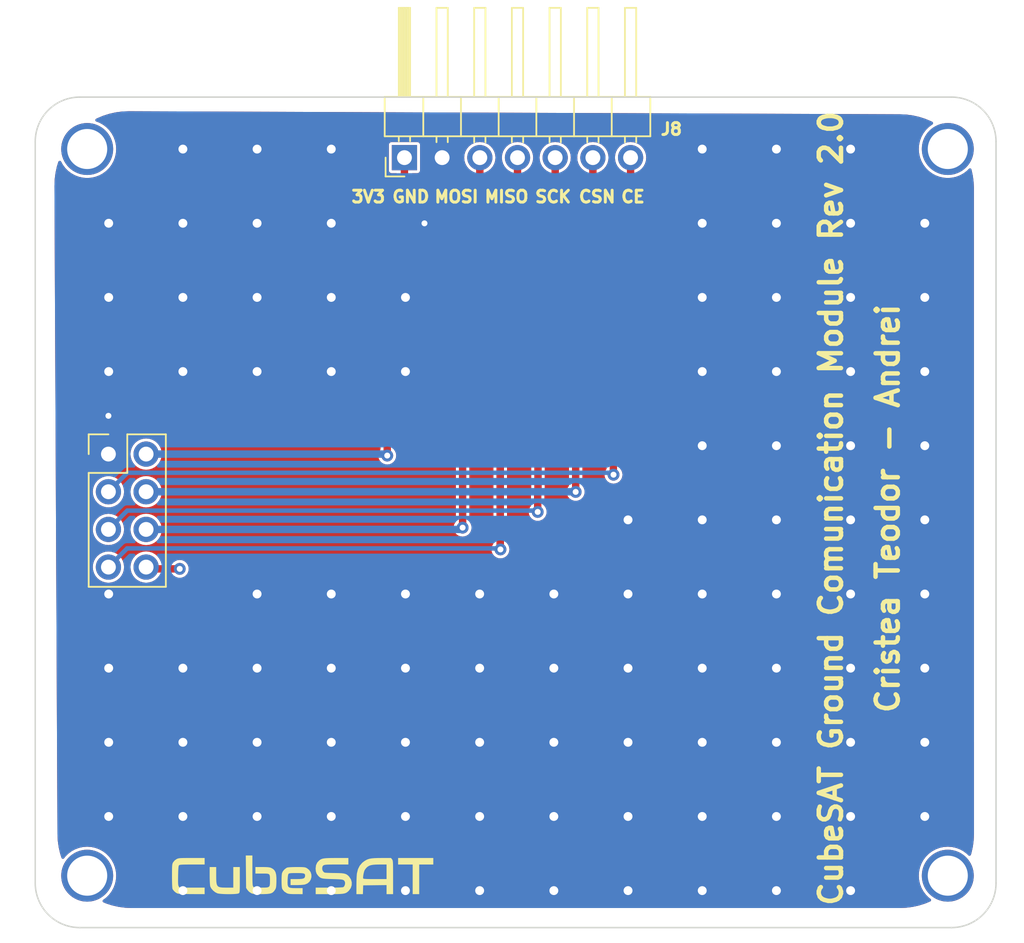
<source format=kicad_pcb>
(kicad_pcb (version 20221018) (generator pcbnew)
  (layers (0 "F.Cu" signal) (31 "B.Cu" signal) (34 "B.Paste" user) (35 "F.Paste" user) (36 "B.SilkS" user "B.Silkscreen") (37 "F.SilkS" user "F.Silkscreen") (38 "B.Mask" user) (39 "F.Mask" user) (44 "Edge.Cuts" user))
  (net 0 "")
  (net 1 "GND")
  (net 2 "+3.3V")
  (net 3 "/MISO")
  (net 4 "/MOSI")
  (net 5 "/SCK")
  (net 6 "/CSN")
  (net 7 "/CE")
  (net 8 "unconnected-(J2-Pin_8-Pad8)")
  (footprint "MountingHole:MountingHole_2.7mm" (layer "F.Cu") (at 160.038682 62.438692)
    (fp_text reference "H2" hide)
    (fp_text value "MountingHole")
    (pad "" np_thru_hole circle (at 0 0) (size 3.5 3.5) (drill 2.7) (layers "*.Cu" "*.Mask"))
  )
  (footprint "MountingHole:MountingHole_2.7mm" (layer "F.Cu") (at 102.038682 111.438692)
    (fp_text reference "H4" hide)
    (fp_text value "MountingHole")
    (pad "" np_thru_hole circle (at 0 0) (size 3.5 3.5) (drill 2.7) (layers "*.Cu" "*.Mask"))
  )
  (footprint "MountingHole:MountingHole_2.7mm" (layer "F.Cu") (at 102.038682 62.438692)
    (fp_text reference "H1" hide)
    (fp_text value "MountingHole")
    (pad "" np_thru_hole circle (at 0 0) (size 3.5 3.5) (drill 2.7) (layers "*.Cu" "*.Mask"))
  )
  (footprint "Connector_PinHeader_2.54mm:PinHeader_2x04_P2.54mm_Vertical" (layer "F.Cu") (at 103.47 83.01)
    (fp_text reference "J2" hide)
    (fp_text value "Conn_02x04_Odd_Even")
    (fp_line (start -1.33 -1.33) (end 0 -1.33) (stroke (width 0.12)) (layer "F.SilkS"))
    (fp_line (start -1.33 0) (end -1.33 -1.33) (stroke (width 0.12)) (layer "F.SilkS"))
    (fp_line (start -1.33 1.27) (end -1.33 8.95) (stroke (width 0.12)) (layer "F.SilkS"))
    (fp_line (start -1.33 1.27) (end 1.27 1.27) (stroke (width 0.12)) (layer "F.SilkS"))
    (fp_line (start -1.33 8.95) (end 3.87 8.95) (stroke (width 0.12)) (layer "F.SilkS"))
    (fp_line (start 1.27 -1.33) (end 3.87 -1.33) (stroke (width 0.12)) (layer "F.SilkS"))
    (fp_line (start 1.27 1.27) (end 1.27 -1.33) (stroke (width 0.12)) (layer "F.SilkS"))
    (fp_line (start 3.87 -1.33) (end 3.87 8.95) (stroke (width 0.12)) (layer "F.SilkS"))
    (pad "1" thru_hole rect (at 0 0) (size 1.7 1.7) (drill 1) (layers "*.Cu" "*.Mask") (net 1 "GND"))
    (pad "2" thru_hole oval (at 2.54 0) (size 1.7 1.7) (drill 1) (layers "*.Cu" "*.Mask") (net 2 "+3.3V"))
    (pad "3" thru_hole oval (at 0 2.54) (size 1.7 1.7) (drill 1) (layers "*.Cu" "*.Mask") (net 7 "/CE"))
    (pad "4" thru_hole oval (at 2.54 2.54) (size 1.7 1.7) (drill 1) (layers "*.Cu" "*.Mask") (net 6 "/CSN"))
    (pad "5" thru_hole oval (at 0 5.08) (size 1.7 1.7) (drill 1) (layers "*.Cu" "*.Mask") (net 5 "/SCK"))
    (pad "6" thru_hole oval (at 2.54 5.08) (size 1.7 1.7) (drill 1) (layers "*.Cu" "*.Mask") (net 4 "/MOSI"))
    (pad "7" thru_hole oval (at 0 7.62) (size 1.7 1.7) (drill 1) (layers "*.Cu" "*.Mask") (net 3 "/MISO"))
    (pad "8" thru_hole oval (at 2.54 7.62) (size 1.7 1.7) (drill 1) (layers "*.Cu" "*.Mask") (net 8 "unconnected-(J2-Pin_8-Pad8)"))
  )
  (footprint "MountingHole:MountingHole_2.7mm" (layer "F.Cu") (at 160.038682 111.438692)
    (fp_text reference "H3" hide)
    (fp_text value "MountingHole")
    (pad "" np_thru_hole circle (at 0 0) (size 3.5 3.5) (drill 2.7) (layers "*.Cu" "*.Mask"))
  )
  (footprint "Logo:Logo" (layer "F.Cu") (at 116.558682 111.328692)
    (fp_text reference "G***" hide)
    (fp_text value "LOGO" hide)
    (fp_poly (pts (xy 8.805334 -0.8636) (xy 8.805334 -0.643467) (xy 8.3312 -0.643467) (xy 7.857067 -0.643467) (xy 7.857067 0.3556) (xy 7.857067 1.354667) (xy 7.636934 1.354667) (xy 7.4168 1.354667) (xy 7.4168 0.3556) (xy 7.4168 -0.643467) (xy 6.925734 -0.643467) (xy 6.434667 -0.643467) (xy 6.434667 -0.8636) (xy 6.434667 -1.083733) (xy 7.62 -1.083733) (xy 8.805334 -1.083733)) (fill solid) (layer "F.SilkS"))
    (fp_poly (pts (xy -5.825067 0.087908) (xy -5.823319 0.345181) (xy -5.81353 0.54264) (xy -5.788878 0.688195) (xy -5.742541 0.789755) (xy -5.6677 0.855229) (xy -5.557533 0.892525) (xy -5.405219 0.909553) (xy -5.203937 0.914222) (xy -5.112273 0.9144) (xy -4.6736 0.9144) (xy -4.6736 0.220134) (xy -4.6736 -0.474133) (xy -4.453466 -0.474133) (xy -4.233333 -0.474133) (xy -4.233333 0.387546) (xy -4.23348 0.651057) (xy -4.234372 0.855069) (xy -4.236688 1.007816) (xy -4.241105 1.117532) (xy -4.2483 1.192451) (xy -4.258953 1.240807) (xy -4.27374 1.270834) (xy -4.293339 1.290767) (xy -4.308602 1.301946) (xy -4.374164 1.323161) (xy -4.493777 1.339145) (xy -4.653966 1.349942) (xy -4.841255 1.355598) (xy -5.042168 1.356156) (xy -5.24323 1.351661) (xy -5.430964 1.342158) (xy -5.591894 1.327692) (xy -5.712545 1.308307) (xy -5.752471 1.297169) (xy -5.899835 1.22131) (xy -6.039807 1.108289) (xy -6.153893 0.976297) (xy -6.223598 0.843523) (xy -6.22774 0.829733) (xy -6.240185 0.750739) (xy -6.250886 0.618575) (xy -6.259086 0.447798) (xy -6.264028 0.252965) (xy -6.265144 0.110067) (xy -6.265333 -0.474133) (xy -6.0452 -0.474133) (xy -5.825067 -0.474133)) (fill solid) (layer "F.SilkS"))
    (fp_poly (pts (xy -6.604 -0.8636) (xy -6.604 -0.643467) (xy -7.44652 -0.643467) (xy -7.710598 -0.643025) (xy -7.915046 -0.641362) (xy -8.067959 -0.637968) (xy -8.177438 -0.632333) (xy -8.251579 -0.623948) (xy -8.298482 -0.612304) (xy -8.326243 -0.596892) (xy -8.33552 -0.587562) (xy -8.353402 -0.547661) (xy -8.367337 -0.471269) (xy -8.377932 -0.350982) (xy -8.385792 -0.179395) (xy -8.391523 0.050896) (xy -8.392547 0.109474) (xy -8.395543 0.340849) (xy -8.395467 0.514392) (xy -8.391731 0.639958) (xy -8.383747 0.727402) (xy -8.370928 0.786579) (xy -8.352687 0.827346) (xy -8.349433 0.832503) (xy -8.295772 0.9144) (xy -7.449886 0.9144) (xy -6.604 0.9144) (xy -6.604 1.134533) (xy -6.604 1.354667) (xy -7.459133 1.351612) (xy -7.699145 1.349556) (xy -7.921856 1.345389) (xy -8.116664 1.339488) (xy -8.272963 1.332232) (xy -8.380152 1.323996) (xy -8.422124 1.31735) (xy -8.533889 1.260855) (xy -8.648305 1.16598) (xy -8.740141 1.056075) (xy -8.774417 0.991307) (xy -8.783251 0.934972) (xy -8.791052 0.821668) (xy -8.797443 0.662154) (xy -8.802048 0.467191) (xy -8.804489 0.247539) (xy -8.804776 0.124795) (xy -8.804303 -0.12689) (xy -8.802757 -0.320426) (xy -8.799342 -0.465395) (xy -8.793264 -0.571379) (xy -8.783726 -0.647962) (xy -8.769934 -0.704727) (xy -8.751092 -0.751255) (xy -8.728576 -0.793326) (xy -8.622172 -0.922073) (xy -8.503673 -1.004992) (xy -8.455949 -1.028954) (xy -8.408746 -1.047487) (xy -8.353003 -1.061288) (xy -8.279659 -1.071053) (xy -8.179651 -1.07748) (xy -8.043919 -1.081264) (xy -7.8634 -1.083101) (xy -7.629034 -1.08369) (xy -7.479206 -1.083733) (xy -6.604 -1.083733)) (fill solid) (layer "F.SilkS"))
    (fp_poly (pts (xy 6.025809 -0.994499) (xy 6.04486 -0.967921) (xy 6.060112 -0.93693) (xy 6.071989 -0.894204) (xy 6.08091 -0.832421) (xy 6.087299 -0.744258) (xy 6.091575 -0.622394) (xy 6.094161 -0.459506) (xy 6.095479 -0.248273) (xy 6.095949 0.018628) (xy 6.096 0.224701) (xy 6.096 1.354667) (xy 5.875867 1.354667) (xy 5.655733 1.354667) (xy 5.655733 1.049243) (xy 5.655733 0.743818) (xy 4.868333 0.752909) (xy 4.080933 0.762) (xy 4.071148 1.058333) (xy 4.061363 1.354667) (xy 3.842548 1.354667) (xy 3.623733 1.354667) (xy 3.624404 0.770467) (xy 3.626627 0.557905) (xy 3.632331 0.350059) (xy 3.635656 0.277044) (xy 4.074489 0.277044) (xy 4.078279 0.29316) (xy 4.096903 0.308285) (xy 4.144494 0.319838) (xy 4.228248 0.328232) (xy 4.355363 0.333877) (xy 4.533038 0.337184) (xy 4.768471 0.338563) (xy 4.875737 0.338667) (xy 5.655733 0.338667) (xy 5.655733 -0.1524) (xy 5.655733 -0.643467) (xy 5.185858 -0.643467) (xy 4.935554 -0.639112) (xy 4.740832 -0.624276) (xy 4.589995 -0.596297) (xy 4.471346 -0.552515) (xy 4.373186 -0.490269) (xy 4.323923 -0.447418) (xy 4.244835 -0.359317) (xy 4.181436 -0.267503) (xy 4.17717 -0.259624) (xy 4.144396 -0.17335) (xy 4.113696 -0.053938) (xy 4.089116 0.076004) (xy 4.074698 0.193867) (xy 4.074489 0.277044) (xy 3.635656 0.277044) (xy 3.640787 0.164384) (xy 3.651269 0.018336) (xy 3.658345 -0.043827) (xy 3.726241 -0.32431) (xy 3.844085 -0.561086) (xy 4.015012 -0.759404) (xy 4.149397 -0.865608) (xy 4.261161 -0.935929) (xy 4.373693 -0.9897) (xy 4.498243 -1.029007) (xy 4.646061 -1.055937) (xy 4.828398 -1.072578) (xy 5.056502 -1.081015) (xy 5.323075 -1.083331) (xy 5.955617 -1.083733)) (fill solid) (layer "F.SilkS"))
    (fp_poly (pts (xy -3.386667 -0.244602) (xy -3.386224 0.05051) (xy -3.384654 0.285307) (xy -3.381598 0.467202) (xy -3.376694 0.603608) (xy -3.369582 0.70194) (xy -3.359901 0.769612) (xy -3.347291 0.814036) (xy -3.333946 0.839131) (xy -3.309849 0.868641) (xy -3.278242 0.88923) (xy -3.227648 0.902499) (xy -3.146589 0.910047) (xy -3.02359 0.913474) (xy -2.847174 0.91438) (xy -2.794 0.9144) (xy -2.580889 0.91364) (xy -2.426162 0.906274) (xy -2.320477 0.884675) (xy -2.254493 0.841217) (xy -2.218868 0.768272) (xy -2.204261 0.658212) (xy -2.201329 0.503411) (xy -2.201333 0.430505) (xy -2.201761 0.25477) (xy -2.20964 0.130055) (xy -2.234864 0.047626) (xy -2.287328 -0.001248) (xy -2.376926 -0.0253) (xy -2.513552 -0.033265) (xy -2.707101 -0.033874) (xy -2.727458 -0.033866) (xy -3.183467 -0.033866) (xy -3.183467 -0.254) (xy -3.183467 -0.474133) (xy -2.7178 -0.473389) (xy -2.515803 -0.471376) (xy -2.36754 -0.465105) (xy -2.259068 -0.453109) (xy -2.176446 -0.433925) (xy -2.114005 -0.409911) (xy -1.985994 -0.336104) (xy -1.890446 -0.240781) (xy -1.824085 -0.115066) (xy -1.783636 0.049916) (xy -1.765821 0.263041) (xy -1.767243 0.529537) (xy -1.774154 0.706357) (xy -1.783165 0.831082) (xy -1.797318 0.919346) (xy -1.819652 0.98678) (xy -1.853207 1.049017) (xy -1.874783 1.082529) (xy -1.943291 1.173844) (xy -2.01859 1.242442) (xy -2.111247 1.291441) (xy -2.231831 1.323962) (xy -2.390907 1.343124) (xy -2.599045 1.352047) (xy -2.794 1.353896) (xy -3.002608 1.353344) (xy -3.156291 1.35016) (xy -3.267848 1.343008) (xy -3.350073 1.330553) (xy -3.415765 1.311457) (xy -3.47772 1.284385) (xy -3.482568 1.281998) (xy -3.61218 1.192584) (xy -3.718012 1.075341) (xy -3.719634 1.07291) (xy -3.81 0.936437) (xy -3.82059 -0.158315) (xy -3.831181 -1.253066) (xy -3.608924 -1.253066) (xy -3.386667 -1.253066)) (fill solid) (layer "F.SilkS"))
    (fp_poly (pts (xy -0.187966 -0.47269) (xy -0.035556 -0.469593) (xy 0.073877 -0.462894) (xy 0.15271 -0.451201) (xy 0.213319 -0.433125) (xy 0.268078 -0.407273) (xy 0.286865 -0.39686) (xy 0.438401 -0.277944) (xy 0.538872 -0.130219) (xy 0.589885 0.034553) (xy 0.593047 0.20461) (xy 0.549964 0.368192) (xy 0.462243 0.513537) (xy 0.331491 0.628882) (xy 0.159314 0.702468) (xy 0.135935 0.707936) (xy 0.02931 0.723302) (xy -0.122369 0.735569) (xy -0.296443 0.743236) (xy -0.425 0.745067) (xy -0.8128 0.745067) (xy -0.8128 0.541867) (xy -0.8128 0.338667) (xy -0.414866 0.338168) (xy -0.204032 0.334601) (xy -0.05136 0.322334) (xy 0.052504 0.298101) (xy 0.116913 0.258634) (xy 0.15122 0.200669) (xy 0.163533 0.136189) (xy 0.165018 0.063391) (xy 0.147669 0.010172) (xy 0.102793 -0.026479) (xy 0.021696 -0.049569) (xy -0.104317 -0.062107) (xy -0.283939 -0.067103) (xy -0.425659 -0.067733) (xy -0.620945 -0.066622) (xy -0.759486 -0.062512) (xy -0.852247 -0.054241) (xy -0.910191 -0.040644) (xy -0.944283 -0.020558) (xy -0.952586 -0.011807) (xy -0.979676 0.05739) (xy -0.999554 0.187659) (xy -1.01085 0.362138) (xy -1.016393 0.572516) (xy -1.009089 0.725382) (xy -0.979967 0.829914) (xy -0.920054 0.895289) (xy -0.820377 0.930686) (xy -0.671965 0.945282) (xy -0.465845 0.948255) (xy -0.437847 0.948267) (xy 0 0.948267) (xy 0 1.151467) (xy 0 1.354667) (xy -0.465666 1.353923) (xy -0.667348 1.351926) (xy -0.8152 1.345707) (xy -0.923073 1.33381) (xy -1.004813 1.314777) (xy -1.0668 1.290657) (xy -1.23834 1.18074) (xy -1.356039 1.036478) (xy -1.386277 0.971462) (xy -1.402012 0.892948) (xy -1.413106 0.764203) (xy -1.419521 0.602574) (xy -1.421214 0.425409) (xy -1.418148 0.250053) (xy -1.410281 0.093853) (xy -1.397575 -0.025844) (xy -1.388675 -0.069235) (xy -1.327841 -0.1923) (xy -1.224881 -0.312911) (xy -1.102051 -0.407574) (xy -1.039195 -0.438189) (xy -0.972403 -0.450695) (xy -0.851496 -0.461172) (xy -0.690079 -0.468873) (xy -0.501759 -0.473048) (xy -0.395728 -0.473576)) (fill solid) (layer "F.SilkS"))
    (fp_poly (pts (xy 3.081867 -0.8636) (xy 3.081867 -0.643467) (xy 2.27554 -0.643467) (xy 2.005919 -0.643041) (xy 1.795958 -0.640679) (xy 1.637584 -0.634748) (xy 1.522723 -0.623618) (xy 1.443302 -0.605658) (xy 1.391248 -0.579238) (xy 1.358489 -0.542725) (xy 1.336951 -0.494491) (xy 1.323747 -0.451197) (xy 1.317364 -0.332436) (xy 1.355445 -0.217685) (xy 1.427138 -0.130017) (xy 1.490134 -0.097485) (xy 1.551042 -0.089695) (xy 1.666683 -0.082543) (xy 1.824055 -0.07655) (xy 2.010157 -0.072235) (xy 2.167467 -0.070365) (xy 2.420976 -0.066474) (xy 2.617788 -0.056886) (xy 2.76888 -0.038772) (xy 2.885228 -0.009307) (xy 2.977807 0.034337) (xy 3.057594 0.094987) (xy 3.135565 0.17547) (xy 3.139577 0.180025) (xy 3.255894 0.359404) (xy 3.311639 0.555094) (xy 3.307284 0.754882) (xy 3.243304 0.946554) (xy 3.120172 1.117896) (xy 3.102537 1.13546) (xy 3.035677 1.196314) (xy 2.96965 1.244771) (xy 2.89601 1.282232) (xy 2.806309 1.310102) (xy 2.6921 1.329781) (xy 2.544937 1.342674) (xy 2.356372 1.350183) (xy 2.117958 1.353711) (xy 1.821249 1.35466) (xy 1.782538 1.354667) (xy 0.880534 1.354667) (xy 0.880534 1.134533) (xy 0.880534 0.9144) (xy 1.780227 0.9144) (xy 2.048694 0.913139) (xy 2.284088 0.90953) (xy 2.478928 0.903834) (xy 2.625734 0.896313) (xy 2.717026 0.887227) (xy 2.742714 0.880793) (xy 2.806479 0.814205) (xy 2.849091 0.71036) (xy 2.861435 0.598655) (xy 2.849345 0.536887) (xy 2.824147 0.478839) (xy 2.792465 0.434539) (xy 2.745295 0.401836) (xy 2.673636 0.378583) (xy 2.568486 0.362627) (xy 2.420842 0.351821) (xy 2.221702 0.344014) (xy 2.018392 0.338462) (xy 1.766282 0.331205) (xy 1.571538 0.322152) (xy 1.423798 0.308907) (xy 1.312697 0.289074) (xy 1.227872 0.260256) (xy 1.158959 0.220058) (xy 1.095595 0.166084) (xy 1.043555 0.11309) (xy 0.946419 -0.018798) (xy 0.892236 -0.171962) (xy 0.874296 -0.365826) (xy 0.874229 -0.377211) (xy 0.900713 -0.594988) (xy 0.982519 -0.775355) (xy 1.106989 -0.910785) (xy 1.174879 -0.96205) (xy 1.245617 -1.002167) (xy 1.328294 -1.032474) (xy 1.432001 -1.05431) (xy 1.565829 -1.069013) (xy 1.73887 -1.077923) (xy 1.960216 -1.082379) (xy 2.238958 -1.083718) (xy 2.281463 -1.083733) (xy 3.081867 -1.083733)) (fill solid) (layer "F.SilkS"))
  )
  (footprint "Connector_PinHeader_2.54mm:PinHeader_1x07_P2.54mm_Horizontal" (layer "F.Cu") (at 123.42 63.02 90)
    (fp_text reference "J8" (at 1.92 17.99 180) (layer "F.SilkS") (effects (font (size 0.8 0.8) (thickness 0.2) bold)))
    (fp_text value "Conn_01x07_Pin")
    (fp_line (start -1.27 -1.27) (end 0 -1.27) (stroke (width 0.12)) (layer "F.SilkS"))
    (fp_line (start -1.27 0) (end -1.27 -1.27) (stroke (width 0.12)) (layer "F.SilkS"))
    (fp_line (start 1.042929 2.16) (end 1.44 2.16) (stroke (width 0.12)) (layer "F.SilkS"))
    (fp_line (start 1.042929 2.92) (end 1.44 2.92) (stroke (width 0.12)) (layer "F.SilkS"))
    (fp_line (start 1.042929 4.7) (end 1.44 4.7) (stroke (width 0.12)) (layer "F.SilkS"))
    (fp_line (start 1.042929 5.46) (end 1.44 5.46) (stroke (width 0.12)) (layer "F.SilkS"))
    (fp_line (start 1.042929 7.24) (end 1.44 7.24) (stroke (width 0.12)) (layer "F.SilkS"))
    (fp_line (start 1.042929 8) (end 1.44 8) (stroke (width 0.12)) (layer "F.SilkS"))
    (fp_line (start 1.042929 9.78) (end 1.44 9.78) (stroke (width 0.12)) (layer "F.SilkS"))
    (fp_line (start 1.042929 10.54) (end 1.44 10.54) (stroke (width 0.12)) (layer "F.SilkS"))
    (fp_line (start 1.042929 12.32) (end 1.44 12.32) (stroke (width 0.12)) (layer "F.SilkS"))
    (fp_line (start 1.042929 13.08) (end 1.44 13.08) (stroke (width 0.12)) (layer "F.SilkS"))
    (fp_line (start 1.042929 14.86) (end 1.44 14.86) (stroke (width 0.12)) (layer "F.SilkS"))
    (fp_line (start 1.042929 15.62) (end 1.44 15.62) (stroke (width 0.12)) (layer "F.SilkS"))
    (fp_line (start 1.11 -0.38) (end 1.44 -0.38) (stroke (width 0.12)) (layer "F.SilkS"))
    (fp_line (start 1.11 0.38) (end 1.44 0.38) (stroke (width 0.12)) (layer "F.SilkS"))
    (fp_line (start 1.44 -1.33) (end 1.44 16.57) (stroke (width 0.12)) (layer "F.SilkS"))
    (fp_line (start 1.44 1.27) (end 4.1 1.27) (stroke (width 0.12)) (layer "F.SilkS"))
    (fp_line (start 1.44 3.81) (end 4.1 3.81) (stroke (width 0.12)) (layer "F.SilkS"))
    (fp_line (start 1.44 6.35) (end 4.1 6.35) (stroke (width 0.12)) (layer "F.SilkS"))
    (fp_line (start 1.44 8.89) (end 4.1 8.89) (stroke (width 0.12)) (layer "F.SilkS"))
    (fp_line (start 1.44 11.43) (end 4.1 11.43) (stroke (width 0.12)) (layer "F.SilkS"))
    (fp_line (start 1.44 13.97) (end 4.1 13.97) (stroke (width 0.12)) (layer "F.SilkS"))
    (fp_line (start 1.44 16.57) (end 4.1 16.57) (stroke (width 0.12)) (layer "F.SilkS"))
    (fp_line (start 4.1 -1.33) (end 1.44 -1.33) (stroke (width 0.12)) (layer "F.SilkS"))
    (fp_line (start 4.1 -0.38) (end 10.1 -0.38) (stroke (width 0.12)) (layer "F.SilkS"))
    (fp_line (start 4.1 -0.32) (end 10.1 -0.32) (stroke (width 0.12)) (layer "F.SilkS"))
    (fp_line (start 4.1 -0.2) (end 10.1 -0.2) (stroke (width 0.12)) (layer "F.SilkS"))
    (fp_line (start 4.1 -0.08) (end 10.1 -0.08) (stroke (width 0.12)) (layer "F.SilkS"))
    (fp_line (start 4.1 0.04) (end 10.1 0.04) (stroke (width 0.12)) (layer "F.SilkS"))
    (fp_line (start 4.1 0.16) (end 10.1 0.16) (stroke (width 0.12)) (layer "F.SilkS"))
    (fp_line (start 4.1 0.28) (end 10.1 0.28) (stroke (width 0.12)) (layer "F.SilkS"))
    (fp_line (start 4.1 2.16) (end 10.1 2.16) (stroke (width 0.12)) (layer "F.SilkS"))
    (fp_line (start 4.1 4.7) (end 10.1 4.7) (stroke (width 0.12)) (layer "F.SilkS"))
    (fp_line (start 4.1 7.24) (end 10.1 7.24) (stroke (width 0.12)) (layer "F.SilkS"))
    (fp_line (start 4.1 9.78) (end 10.1 9.78) (stroke (width 0.12)) (layer "F.SilkS"))
    (fp_line (start 4.1 12.32) (end 10.1 12.32) (stroke (width 0.12)) (layer "F.SilkS"))
    (fp_line (start 4.1 14.86) (end 10.1 14.86) (stroke (width 0.12)) (layer "F.SilkS"))
    (fp_line (start 4.1 16.57) (end 4.1 -1.33) (stroke (width 0.12)) (layer "F.SilkS"))
    (fp_line (start 10.1 -0.38) (end 10.1 0.38) (stroke (width 0.12)) (layer "F.SilkS"))
    (fp_line (start 10.1 0.38) (end 4.1 0.38) (stroke (width 0.12)) (layer "F.SilkS"))
    (fp_line (start 10.1 2.16) (end 10.1 2.92) (stroke (width 0.12)) (layer "F.SilkS"))
    (fp_line (start 10.1 2.92) (end 4.1 2.92) (stroke (width 0.12)) (layer "F.SilkS"))
    (fp_line (start 10.1 4.7) (end 10.1 5.46) (stroke (width 0.12)) (layer "F.SilkS"))
    (fp_line (start 10.1 5.46) (end 4.1 5.46) (stroke (width 0.12)) (layer "F.SilkS"))
    (fp_line (start 10.1 7.24) (end 10.1 8) (stroke (width 0.12)) (layer "F.SilkS"))
    (fp_line (start 10.1 8) (end 4.1 8) (stroke (width 0.12)) (layer "F.SilkS"))
    (fp_line (start 10.1 9.78) (end 10.1 10.54) (stroke (width 0.12)) (layer "F.SilkS"))
    (fp_line (start 10.1 10.54) (end 4.1 10.54) (stroke (width 0.12)) (layer "F.SilkS"))
    (fp_line (start 10.1 12.32) (end 10.1 13.08) (stroke (width 0.12)) (layer "F.SilkS"))
    (fp_line (start 10.1 13.08) (end 4.1 13.08) (stroke (width 0.12)) (layer "F.SilkS"))
    (fp_line (start 10.1 14.86) (end 10.1 15.62) (stroke (width 0.12)) (layer "F.SilkS"))
    (fp_line (start 10.1 15.62) (end 4.1 15.62) (stroke (width 0.12)) (layer "F.SilkS"))
    (pad "1" thru_hole rect (at 0 0 90) (size 1.7 1.7) (drill 1) (layers "*.Cu" "*.Mask") (net 2 "+3.3V"))
    (pad "2" thru_hole oval (at 0 2.54 90) (size 1.7 1.7) (drill 1) (layers "*.Cu" "*.Mask") (net 1 "GND"))
    (pad "3" thru_hole oval (at 0 5.08 90) (size 1.7 1.7) (drill 1) (layers "*.Cu" "*.Mask") (net 4 "/MOSI"))
    (pad "4" thru_hole oval (at 0 7.62 90) (size 1.7 1.7) (drill 1) (layers "*.Cu" "*.Mask") (net 3 "/MISO"))
    (pad "5" thru_hole oval (at 0 10.16 90) (size 1.7 1.7) (drill 1) (layers "*.Cu" "*.Mask") (net 5 "/SCK"))
    (pad "6" thru_hole oval (at 0 12.7 90) (size 1.7 1.7) (drill 1) (layers "*.Cu" "*.Mask") (net 6 "/CSN"))
    (pad "7" thru_hole oval (at 0 15.24 90) (size 1.7 1.7) (drill 1) (layers "*.Cu" "*.Mask") (net 7 "/CE"))
  )
  (gr_arc (start 163.288682 111.938692) (mid 162.410469 114.059547) (end 160.29 114.938692) (stroke (width 0.1)) (layer "Edge.Cuts"))
  (gr_line (start 98.538682 111.938692) (end 98.538682 61.938692) (stroke (width 0.1)) (layer "Edge.Cuts"))
  (gr_line (start 163.288682 61.938692) (end 163.288682 111.938692) (stroke (width 0.1)) (layer "Edge.Cuts"))
  (gr_line (start 101.538682 58.938692) (end 160.288682 58.938692) (stroke (width 0.1)) (layer "Edge.Cuts"))
  (gr_line (start 101.538682 114.938692) (end 160.29 114.938692) (stroke (width 0.1)) (layer "Edge.Cuts"))
  (gr_arc (start 98.538682 61.938692) (mid 99.417362 59.817372) (end 101.538682 58.938692) (stroke (width 0.1)) (layer "Edge.Cuts"))
  (gr_arc (start 101.538682 114.938692) (mid 99.417362 114.060012) (end 98.538682 111.938692) (stroke (width 0.1)) (layer "Edge.Cuts"))
  (gr_arc (start 160.288682 58.938692) (mid 162.410002 59.817372) (end 163.288682 61.938692) (stroke (width 0.1)) (layer "Edge.Cuts"))
  (gr_text "CSN" (at 135.075 66.125) (layer "F.SilkS") (effects (font (size 0.8 0.8) (thickness 0.2) bold) (justify left bottom)))
  (gr_text "Cristea Teodor - Andrei" (at 156.87 100.625 90) (layer "F.SilkS") (effects (font (size 1.5 1.5) (thickness 0.3) bold) (justify left bottom)))
  (gr_text "MOSI" (at 125.35 66.125) (layer "F.SilkS") (effects (font (size 0.8 0.8) (thickness 0.2) bold) (justify left bottom)))
  (gr_text "GND" (at 122.5 66.125) (layer "F.SilkS") (effects (font (size 0.8 0.8) (thickness 0.2) bold) (justify left bottom)))
  (gr_text "MISO" (at 128.725 66.125) (layer "F.SilkS") (effects (font (size 0.8 0.8) (thickness 0.2) bold) (justify left bottom)))
  (gr_text "SCK" (at 132.125 66.125) (layer "F.SilkS") (effects (font (size 0.8 0.8) (thickness 0.2) bold) (justify left bottom)))
  (gr_text "CubeSAT Ground Comunication Module Rev 2.0" (at 153.04 113.62 90) (layer "F.SilkS") (effects (font (size 1.5 1.5) (thickness 0.3) bold) (justify left bottom)))
  (gr_text "CE" (at 137.925 66.125) (layer "F.SilkS") (effects (font (size 0.8 0.8) (thickness 0.2) bold) (justify left bottom)))
  (gr_text "3V3" (at 119.75 66.125) (layer "F.SilkS") (effects (font (size 0.8 0.8) (thickness 0.2) bold) (justify left bottom)))
  (segment (start 125.96 64.973682) (end 124.77 66.163682) (width 0.5) (layer "F.Cu") (net 1))
  (segment (start 125.96 63.02) (end 125.96 64.973682) (width 0.5) (layer "F.Cu") (net 1))
  (segment (start 103.47 83.01) (end 103.47 80.43) (width 1) (layer "F.Cu") (net 1))
  (segment (start 124.77 66.163682) (end 124.77 67.45) (width 0.5) (layer "F.Cu") (net 1))
  (via (at 158.488682 82.445) (size 1) (drill 0.6) (layers "F.Cu" "B.Cu") (net 1))
  (via (at 133.488682 112.445) (size 1) (drill 0.6) (layers "F.Cu" "B.Cu") (net 1))
  (via (at 153.488682 102.445) (size 1) (drill 0.6) (layers "F.Cu" "B.Cu") (net 1))
  (via (at 158.488682 77.445) (size 1) (drill 0.6) (layers "F.Cu" "B.Cu") (net 1))
  (via (at 143.488682 72.445) (size 1) (drill 0.6) (layers "F.Cu" "B.Cu") (net 1))
  (via (at 113.488682 97.445) (size 1) (drill 0.6) (layers "F.Cu" "B.Cu") (net 1))
  (via (at 113.488682 72.445) (size 1) (drill 0.6) (layers "F.Cu" "B.Cu") (net 1))
  (via (at 113.488682 107.445) (size 1) (drill 0.6) (layers "F.Cu" "B.Cu") (net 1))
  (via (at 153.488682 107.445) (size 1) (drill 0.6) (layers "F.Cu" "B.Cu") (net 1))
  (via (at 143.488682 77.445) (size 1) (drill 0.6) (layers "F.Cu" "B.Cu") (net 1))
  (via (at 153.488682 112.445) (size 1) (drill 0.6) (layers "F.Cu" "B.Cu") (net 1))
  (via (at 103.47 80.43) (size 0.8) (drill 0.4) (layers "F.Cu" "B.Cu") (net 1))
  (via (at 108.488682 107.445) (size 1) (drill 0.6) (layers "F.Cu" "B.Cu") (net 1))
  (via (at 148.488682 67.445) (size 1) (drill 0.6) (layers "F.Cu" "B.Cu") (net 1))
  (via (at 113.488682 77.445) (size 1) (drill 0.6) (layers "F.Cu" "B.Cu") (net 1))
  (via (at 103.488682 92.445) (size 1) (drill 0.6) (layers "F.Cu" "B.Cu") (net 1))
  (via (at 153.488682 77.445) (size 1) (drill 0.6) (layers "F.Cu" "B.Cu") (net 1))
  (via (at 118.488682 107.445) (size 1) (drill 0.6) (layers "F.Cu" "B.Cu") (net 1))
  (via (at 118.488682 72.445) (size 1) (drill 0.6) (layers "F.Cu" "B.Cu") (net 1))
  (via (at 128.488682 112.445) (size 1) (drill 0.6) (layers "F.Cu" "B.Cu") (net 1))
  (via (at 133.488682 102.445) (size 1) (drill 0.6) (layers "F.Cu" "B.Cu") (net 1))
  (via (at 148.488682 87.445) (size 1) (drill 0.6) (layers "F.Cu" "B.Cu") (net 1))
  (via (at 148.488682 72.445) (size 1) (drill 0.6) (layers "F.Cu" "B.Cu") (net 1))
  (via (at 103.488682 67.445) (size 1) (drill 0.6) (layers "F.Cu" "B.Cu") (net 1))
  (via (at 138.488682 97.445) (size 1) (drill 0.6) (layers "F.Cu" "B.Cu") (net 1))
  (via (at 158.488682 87.445) (size 1) (drill 0.6) (layers "F.Cu" "B.Cu") (net 1))
  (via (at 123.488682 102.445) (size 1) (drill 0.6) (layers "F.Cu" "B.Cu") (net 1))
  (via (at 113.488682 102.445) (size 1) (drill 0.6) (layers "F.Cu" "B.Cu") (net 1))
  (via (at 103.488682 97.445) (size 1) (drill 0.6) (layers "F.Cu" "B.Cu") (net 1))
  (via (at 113.488682 92.445) (size 1) (drill 0.6) (layers "F.Cu" "B.Cu") (net 1))
  (via (at 138.488682 92.445) (size 1) (drill 0.6) (layers "F.Cu" "B.Cu") (net 1))
  (via (at 153.488682 67.445) (size 1) (drill 0.6) (layers "F.Cu" "B.Cu") (net 1))
  (via (at 118.488682 97.445) (size 1) (drill 0.6) (layers "F.Cu" "B.Cu") (net 1))
  (via (at 153.488682 82.445) (size 1) (drill 0.6) (layers "F.Cu" "B.Cu") (net 1))
  (via (at 148.488682 107.445) (size 1) (drill 0.6) (layers "F.Cu" "B.Cu") (net 1))
  (via (at 113.488682 62.445) (size 1) (drill 0.6) (layers "F.Cu" "B.Cu") (net 1))
  (via (at 123.488682 112.445) (size 1) (drill 0.6) (layers "F.Cu" "B.Cu") (net 1))
  (via (at 158.488682 107.445) (size 1) (drill 0.6) (layers "F.Cu" "B.Cu") (net 1))
  (via (at 158.488682 72.445) (size 1) (drill 0.6) (layers "F.Cu" "B.Cu") (net 1))
  (via (at 108.488682 72.445) (size 1) (drill 0.6) (layers "F.Cu" "B.Cu") (net 1))
  (via (at 118.488682 67.445) (size 1) (drill 0.6) (layers "F.Cu" "B.Cu") (net 1))
  (via (at 158.488682 67.445) (size 1) (drill 0.6) (layers "F.Cu" "B.Cu") (net 1))
  (via (at 123.488682 77.445) (size 1) (drill 0.6) (layers "F.Cu" "B.Cu") (net 1))
  (via (at 128.488682 97.445) (size 1) (drill 0.6) (layers "F.Cu" "B.Cu") (net 1))
  (via (at 143.488682 107.445) (size 1) (drill 0.6) (layers "F.Cu" "B.Cu") (net 1))
  (via (at 158.488682 92.445) (size 1) (drill 0.6) (layers "F.Cu" "B.Cu") (net 1))
  (via (at 153.488682 62.445) (size 1) (drill 0.6) (layers "F.Cu" "B.Cu") (net 1))
  (via (at 158.488682 102.445) (size 1) (drill 0.6) (layers "F.Cu" "B.Cu") (net 1))
  (via (at 133.488682 97.445) (size 1) (drill 0.6) (layers "F.Cu" "B.Cu") (net 1))
  (via (at 113.488682 67.445) (size 1) (drill 0.6) (layers "F.Cu" "B.Cu") (net 1))
  (via (at 108.488682 102.445) (size 1) (drill 0.6) (layers "F.Cu" "B.Cu") (net 1))
  (via (at 103.488682 107.445) (size 1) (drill 0.6) (layers "F.Cu" "B.Cu") (net 1))
  (via (at 148.488682 112.445) (size 1) (drill 0.6) (layers "F.Cu" "B.Cu") (net 1))
  (via (at 108.488682 97.445) (size 1) (drill 0.6) (layers "F.Cu" "B.Cu") (net 1))
  (via (at 148.488682 82.445) (size 1) (drill 0.6) (layers "F.Cu" "B.Cu") (net 1))
  (via (at 123.488682 97.445) (size 1) (drill 0.6) (layers "F.Cu" "B.Cu") (net 1))
  (via (at 148.488682 102.445) (size 1) (drill 0.6) (layers "F.Cu" "B.Cu") (net 1))
  (via (at 153.488682 97.445) (size 1) (drill 0.6) (layers "F.Cu" "B.Cu") (net 1))
  (via (at 103.488682 102.445) (size 1) (drill 0.6) (layers "F.Cu" "B.Cu") (net 1))
  (via (at 143.488682 67.445) (size 1) (drill 0.6) (layers "F.Cu" "B.Cu") (net 1))
  (via (at 153.488682 87.445) (size 1) (drill 0.6) (layers "F.Cu" "B.Cu") (net 1))
  (via (at 148.488682 97.445) (size 1) (drill 0.6) (layers "F.Cu" "B.Cu") (net 1))
  (via (at 124.77 67.45) (size 0.8) (drill 0.4) (layers "F.Cu" "B.Cu") (net 1))
  (via (at 138.488682 87.445) (size 1) (drill 0.6) (layers "F.Cu" "B.Cu") (net 1))
  (via (at 148.488682 77.445) (size 1) (drill 0.6) (layers "F.Cu" "B.Cu") (net 1))
  (via (at 128.488682 107.445) (size 1) (drill 0.6) (layers "F.Cu" "B.Cu") (net 1))
  (via (at 143.488682 87.445) (size 1) (drill 0.6) (layers "F.Cu" "B.Cu") (net 1))
  (via (at 118.488682 92.445) (size 1) (drill 0.6) (layers "F.Cu" "B.Cu") (net 1))
  (via (at 133.488682 107.445) (size 1) (drill 0.6) (layers "F.Cu" "B.Cu") (net 1))
  (via (at 143.488682 82.445) (size 1) (drill 0.6) (layers "F.Cu" "B.Cu") (net 1))
  (via (at 143.488682 112.445) (size 1) (drill 0.6) (layers "F.Cu" "B.Cu") (net 1))
  (via (at 128.488682 102.445) (size 1) (drill 0.6) (layers "F.Cu" "B.Cu") (net 1))
  (via (at 153.488682 72.445) (size 1) (drill 0.6) (layers "F.Cu" "B.Cu") (net 1))
  (via (at 108.488682 112.445) (size 1) (drill 0.6) (layers "F.Cu" "B.Cu") (net 1))
  (via (at 138.488682 102.445) (size 1) (drill 0.6) (layers "F.Cu" "B.Cu") (net 1))
  (via (at 148.488682 62.445) (size 1) (drill 0.6) (layers "F.Cu" "B.Cu") (net 1))
  (via (at 118.488682 77.445) (size 1) (drill 0.6) (layers "F.Cu" "B.Cu") (net 1))
  (via (at 153.488682 92.445) (size 1) (drill 0.6) (layers "F.Cu" "B.Cu") (net 1))
  (via (at 113.488682 112.445) (size 1) (drill 0.6) (layers "F.Cu" "B.Cu") (net 1))
  (via (at 108.488682 77.445) (size 1) (drill 0.6) (layers "F.Cu" "B.Cu") (net 1))
  (via (at 138.488682 112.445) (size 1) (drill 0.6) (layers "F.Cu" "B.Cu") (net 1))
  (via (at 143.488682 102.445) (size 1) (drill 0.6) (layers "F.Cu" "B.Cu") (net 1))
  (via (at 108.488682 62.445) (size 1) (drill 0.6) (layers "F.Cu" "B.Cu") (net 1))
  (via (at 133.488682 92.445) (size 1) (drill 0.6) (layers "F.Cu" "B.Cu") (net 1))
  (via (at 118.488682 102.445) (size 1) (drill 0.6) (layers "F.Cu" "B.Cu") (net 1))
  (via (at 123.488682 72.445) (size 1) (drill 0.6) (layers "F.Cu" "B.Cu") (net 1))
  (via (at 118.488682 112.445) (size 1) (drill 0.6) (layers "F.Cu" "B.Cu") (net 1))
  (via (at 103.488682 72.445) (size 1) (drill 0.6) (layers "F.Cu" "B.Cu") (net 1))
  (via (at 108.488682 67.445) (size 1) (drill 0.6) (layers "F.Cu" "B.Cu") (net 1))
  (via (at 143.488682 92.445) (size 1) (drill 0.6) (layers "F.Cu" "B.Cu") (net 1))
  (via (at 103.488682 77.445) (size 1) (drill 0.6) (layers "F.Cu" "B.Cu") (net 1))
  (via (at 118.488682 62.445) (size 1) (drill 0.6) (layers "F.Cu" "B.Cu") (net 1))
  (via (at 158.488682 97.445) (size 1) (drill 0.6) (layers "F.Cu" "B.Cu") (net 1))
  (via (at 148.488682 92.445) (size 1) (drill 0.6) (layers "F.Cu" "B.Cu") (net 1))
  (via (at 128.488682 92.445) (size 1) (drill 0.6) (layers "F.Cu" "B.Cu") (net 1))
  (via (at 123.488682 92.445) (size 1) (drill 0.6) (layers "F.Cu" "B.Cu") (net 1))
  (via (at 123.488682 107.445) (size 1) (drill 0.6) (layers "F.Cu" "B.Cu") (net 1))
  (via (at 143.488682 62.445) (size 1) (drill 0.6) (layers "F.Cu" "B.Cu") (net 1))
  (via (at 138.488682 107.445) (size 1) (drill 0.6) (layers "F.Cu" "B.Cu") (net 1))
  (via (at 143.488682 97.445) (size 1) (drill 0.6) (layers "F.Cu" "B.Cu") (net 1))
  (segment (start 122.26 83.11) (end 122.26 66.06) (width 0.5) (layer "F.Cu") (net 2))
  (segment (start 123.42 64.9) (end 123.42 63.02) (width 0.5) (layer "F.Cu") (net 2))
  (segment (start 122.26 66.06) (end 123.42 64.9) (width 0.5) (layer "F.Cu") (net 2))
  (via (at 122.26 83.11) (size 0.8) (drill 0.4) (layers "F.Cu" "B.Cu") (net 2))
  (segment (start 122.16 83.01) (end 106.01 83.01) (width 0.5) (layer "B.Cu") (net 2))
  (segment (start 122.26 83.11) (end 122.16 83.01) (width 0.5) (layer "B.Cu") (net 2))
  (segment (start 105.98 83.05) (end 105.9 83.13) (width 0.3) (layer "B.Cu") (net 2))
  (segment (start 129.87 89.42) (end 129.87 65.96) (width 0.5) (layer "F.Cu") (net 3))
  (segment (start 129.87 65.96) (end 131.04 64.79) (width 0.5) (layer "F.Cu") (net 3))
  (segment (start 131.04 64.79) (end 131.04 63.02) (width 0.5) (layer "F.Cu") (net 3))
  (segment (start 129.88 89.43) (end 129.88 82.97) (width 0.5) (layer "F.Cu") (net 3))
  (segment (start 129.89 89.44) (end 129.87 89.42) (width 0.5) (layer "F.Cu") (net 3))
  (segment (start 129.89 89.44) (end 129.88 89.43) (width 0.5) (layer "F.Cu") (net 3))
  (via (at 129.89 89.44) (size 0.8) (drill 0.4) (layers "F.Cu" "B.Cu") (net 3))
  (segment (start 103.47 90.63) (end 104.73 89.37) (width 0.3) (layer "B.Cu") (net 3))
  (segment (start 104.73 89.37) (end 129.82 89.37) (width 0.3) (layer "B.Cu") (net 3))
  (segment (start 129.82 89.37) (end 129.89 89.44) (width 0.25) (layer "B.Cu") (net 3))
  (segment (start 127.34 65.87) (end 128.5 64.71) (width 0.5) (layer "F.Cu") (net 4))
  (segment (start 127.34 87.97) (end 127.34 65.87) (width 0.5) (layer "F.Cu") (net 4))
  (segment (start 128.5 64.71) (end 128.5 63.02) (width 0.5) (layer "F.Cu") (net 4))
  (via (at 127.34 87.97) (size 0.8) (drill 0.4) (layers "F.Cu" "B.Cu") (net 4))
  (segment (start 127.34 87.97) (end 127.22 88.09) (width 0.5) (layer "B.Cu") (net 4))
  (segment (start 127.22 88.09) (end 106.01 88.09) (width 0.5) (layer "B.Cu") (net 4))
  (segment (start 133.58 64.97) (end 133.58 63.02) (width 0.5) (layer "F.Cu") (net 5))
  (segment (start 132.4 85.58) (end 132.41 85.57) (width 0.5) (layer "F.Cu") (net 5))
  (segment (start 132.4 85.58) (end 132.42 85.56) (width 0.5) (layer "F.Cu") (net 5))
  (segment (start 132.42 85.56) (end 132.42 66.13) (width 0.5) (layer "F.Cu") (net 5))
  (segment (start 132.4 86.91) (end 132.4 85.58) (width 0.5) (layer "F.Cu") (net 5))
  (segment (start 132.42 66.13) (end 133.58 64.97) (width 0.5) (layer "F.Cu") (net 5))
  (via (at 132.4 86.91) (size 0.8) (drill 0.4) (layers "F.Cu" "B.Cu") (net 5))
  (segment (start 132.3 86.82) (end 104.74 86.82) (width 0.3) (layer "B.Cu") (net 5))
  (segment (start 132.395 86.915) (end 132.3 86.82) (width 0.4) (layer "B.Cu") (net 5))
  (segment (start 132.4 86.91) (end 132.395 86.915) (width 0.25) (layer "B.Cu") (net 5))
  (segment (start 104.74 86.82) (end 103.47 88.09) (width 0.3) (layer "B.Cu") (net 5))
  (segment (start 136.12 63.02) (end 136.12 65.08) (width 0.5) (layer "F.Cu") (net 6))
  (segment (start 136.12 65.08) (end 134.96 66.24) (width 0.5) (layer "F.Cu") (net 6))
  (segment (start 134.96 66.24) (end 134.96 85.56) (width 0.5) (layer "F.Cu") (net 6))
  (via (at 134.96 85.56) (size 0.8) (drill 0.4) (layers "F.Cu" "B.Cu") (net 6))
  (segment (start 106.01 85.55) (end 134.95 85.55) (width 0.5) (layer "B.Cu") (net 6))
  (segment (start 134.95 85.55) (end 134.96 85.56) (width 0.5) (layer "B.Cu") (net 6))
  (segment (start 137.5 84.39) (end 137.5 66.24) (width 0.5) (layer "F.Cu") (net 7))
  (segment (start 137.51 84.4) (end 137.5 84.39) (width 0.5) (layer "F.Cu") (net 7))
  (segment (start 138.66 65.08) (end 138.66 63.02) (width 0.5) (layer "F.Cu") (net 7))
  (segment (start 137.5 66.24) (end 138.66 65.08) (width 0.5) (layer "F.Cu") (net 7))
  (via (at 137.51 84.4) (size 0.8) (drill 0.4) (layers "F.Cu" "B.Cu") (net 7))
  (segment (start 137.38 84.27) (end 137.485 84.375) (width 0.3) (layer "B.Cu") (net 7))
  (segment (start 103.47 85.55) (end 104.75 84.27) (width 0.3) (layer "B.Cu") (net 7))
  (segment (start 137.485 84.375) (end 137.51 84.4) (width 0.25) (layer "B.Cu") (net 7))
  (segment (start 104.75 84.27) (end 137.38 84.27) (width 0.3) (layer "B.Cu") (net 7))
  (segment (start 105.9 90.75) (end 108.275 90.75) (width 0.5) (layer "F.Cu") (net 8))
  (via (at 108.275 90.75) (size 0.8) (drill 0.4) (layers "F.Cu" "B.Cu") (net 8))
  (zone (net 1) (net_name "GND") (layers "F&B.Cu") (connect_pads yes (clearance 0.2)) (min_thickness 0.2) (fill yes (thermal_gap 0.3) (thermal_bridge_width 0.3) (smoothing fillet) (radius 5))
    (polygon (pts (xy 99.808682 59.871644) (xy 161.799518 60.116688) (xy 161.802949 113.618692) (xy 100.058682 113.618692)))
  )
)
</source>
